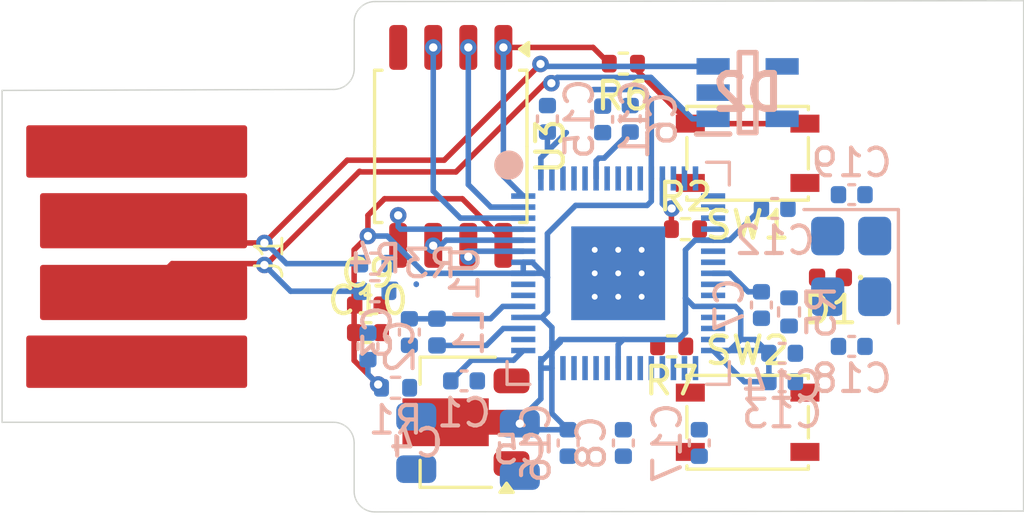
<source format=kicad_pcb>
(kicad_pcb (version 20241229) (generator "pcbnew") (generator_version "9.0")
  (layers (0 "F.Cu" signal) (2 "B.Cu" signal) (13 "F.Paste" user) (15 "B.Paste" user) (5 "F.SilkS" user "F.Silkscreen") (7 "B.SilkS" user "B.Silkscreen") (1 "F.Mask" user) (3 "B.Mask" user) (25 "Edge.Cuts" user))
  (net 0 "")
  (net 1 "GND")
  (net 2 "Net-(U1-VREG_AVDD)")
  (net 3 "3v3")
  (net 4 "1v1")
  (net 5 "Net-(J1-VBUS)")
  (net 6 "Net-(C18-Pad1)")
  (net 7 "XIN")
  (net 8 "Net-(D1-A)")
  (net 9 "USB_DP")
  (net 10 "USB_DM")
  (net 11 "Net-(U1-VREG_LX)")
  (net 12 "Net-(U1-USB_DP)")
  (net 13 "Net-(U1-USB_DM)")
  (net 14 "XOUT")
  (net 15 "Net-(R6-Pad1)")
  (net 16 "QSPI_SS")
  (net 17 "Net-(R7-Pad2)")
  (net 21 "QSPI_SD3")
  (net 23 "QSPI_SCLK")
  (net 24 "SWCLK")
  (net 25 "QSPI_SD0")
  (net 40 "QSPI_SD1")
  (net 42 "QSPI_SD2")
  (net 47 "SWDIO")
  (net 51 "Net-(U1-GPIO8)")
  (net 52 "Net-(U1-GPIO25)")
  (footprint "Button_Switch_SMD:SW_SPST_PTS810" (layer "F.Cu") (at 150 64.75 180)
    (property "Reference" "SW1" (at 0 -2.6 0) (layer "F.SilkS"))
    (property "Value" "SW_Push")
    (fp_line (start 2.2 1.7) (end 2.2 1.58) (stroke (width 0.12)) (layer "F.SilkS"))
    (fp_line (start 2.2 0.57) (end 2.2 -0.57) (stroke (width 0.12)) (layer "F.SilkS"))
    (fp_line (start 2.2 -1.58) (end 2.2 -1.7) (stroke (width 0.12)) (layer "F.SilkS"))
    (fp_line (start 2.2 -1.7) (end -2.2 -1.7) (stroke (width 0.12)) (layer "F.SilkS"))
    (fp_line (start -2.2 1.7) (end 2.2 1.7) (stroke (width 0.12)) (layer "F.SilkS"))
    (fp_line (start -2.2 1.58) (end -2.2 1.7) (stroke (width 0.12)) (layer "F.SilkS"))
    (fp_line (start -2.2 -0.57) (end -2.2 0.57) (stroke (width 0.12)) (layer "F.SilkS"))
    (fp_line (start -2.2 -1.7) (end -2.2 -1.58) (stroke (width 0.12)) (layer "F.SilkS"))
    (pad "1" smd rect (at -2.075 -1.075 180) (size 1.05 0.65) (layers "F.Cu" "F.Mask" "F.Paste") (net 1 "GND"))
    (pad "1" smd rect (at 2.075 -1.075 180) (size 1.05 0.65) (layers "F.Cu" "F.Mask" "F.Paste") (net 1 "GND"))
    (pad "2" smd rect (at -2.075 1.075 180) (size 1.05 0.65) (layers "F.Cu" "F.Mask" "F.Paste") (net 15 "Net-(R6-Pad1)"))
    (pad "2" smd rect (at 2.075 1.075 180) (size 1.05 0.65) (layers "F.Cu" "F.Mask" "F.Paste") (net 15 "Net-(R6-Pad1)"))
  )
  (footprint "Capacitor_SMD:C_0402_1005Metric" (layer "F.Cu") (at 136.25 71.25)
    (property "Reference" "C10" (at 0 -1.16 0) (layer "F.SilkS"))
    (property "Value" "100n")
    (fp_line (start -0.107836 -0.36) (end 0.107836 -0.36) (stroke (width 0.12)) (layer "F.SilkS"))
    (fp_line (start -0.107836 0.36) (end 0.107836 0.36) (stroke (width 0.12)) (layer "F.SilkS"))
    (pad "1" smd roundrect (at -0.48 0) (size 0.56 0.62) (layers "F.Cu" "F.Mask" "F.Paste") (net 3 "3v3"))
    (pad "2" smd roundrect (at 0.48 0) (size 0.56 0.62) (layers "F.Cu" "F.Mask" "F.Paste") (net 1 "GND"))
  )
  (footprint "Package_TO_SOT_SMD:SOT-89-3" (layer "F.Cu") (at 139.5 74.5 180)
    (property "Reference" "U2" (hide yes))
    (property "Value" "AMS1117S-3.3")
    (fp_line (start 1.36 2.36) (end -1.36 2.36) (stroke (width 0.12)) (layer "F.SilkS"))
    (fp_line (start 1.36 1.38) (end 1.36 2.36) (stroke (width 0.12)) (layer "F.SilkS"))
    (fp_line (start 1.36 -1.38) (end 1.36 -2.36) (stroke (width 0.12)) (layer "F.SilkS"))
    (fp_line (start -1.22 -2.36) (end 1.36 -2.36) (stroke (width 0.12)) (layer "F.SilkS"))
    (fp_poly (pts (xy -1.77 -2.21) (xy -2.01 -2.54) (xy -1.53 -2.54) (xy -1.77 -2.21)) (stroke (width 0.12)) (fill yes) (layer "F.SilkS"))
    (pad "1" smd roundrect (at -1.95 -1.5 180) (size 1.3 0.9) (layers "F.Cu" "F.Mask" "F.Paste") (net 1 "GND"))
    (pad "2" smd custom (at -1.8625 0 180) (size 1.475 0.9) (layers "F.Cu" "F.Mask" "F.Paste") (net 3 "3v3") (options (clearance outline) (anchor rect)) (primitives (gr_poly (pts (xy 3.8625 0.8665) (xy 0.7375 0.8665) (xy 0.7375 -0.8665) (xy 3.8625 -0.8665)) (width 0) (fill yes))))
    (pad "3" smd roundrect (at -1.95 1.5 180) (size 1.3 0.9) (layers "F.Cu" "F.Mask" "F.Paste") (net 5 "Net-(J1-VBUS)"))
  )
  (footprint "Resistor_SMD:R_0402_1005Metric" (layer "F.Cu") (at 147.25 71.75)
    (property "Reference" "R7" (at 0 1.25 0) (layer "F.SilkS"))
    (property "Value" "1k")
    (fp_line (start -0.153641 -0.38) (end 0.153641 -0.38) (stroke (width 0.12)) (layer "F.SilkS"))
    (fp_line (start -0.153641 0.38) (end 0.153641 0.38) (stroke (width 0.12)) (layer "F.SilkS"))
    (pad "1" smd roundrect (at -0.51 0) (size 0.54 0.64) (layers "F.Cu" "F.Mask" "F.Paste") (net 52 "Net-(U1-GPIO25)"))
    (pad "2" smd roundrect (at 0.51 0) (size 0.54 0.64) (layers "F.Cu" "F.Mask" "F.Paste") (net 17 "Net-(R7-Pad2)"))
  )
  (footprint "user_imported_devices:USBPCB" (layer "F.Cu") (at 131.875 68.494782 90)
    (property "Reference" "J1" (at 0 0.8 90) (layer "F.SilkS") (effects (font (thickness 0.1))))
    (property "Value" "USB_A")
    (pad "1" smd roundrect (at -3.81 -4 90) (size 1.9 8) (layers "F.Cu" "F.Mask" "F.Paste") (roundrect_rratio 0.05263157895) (net 5 "Net-(J1-VBUS)"))
    (pad "2" smd roundrect (at -1.3 -3.75 90) (size 2 7.5) (layers "F.Cu" "F.Mask" "F.Paste") (roundrect_rratio 0.05) (net 10 "USB_DM"))
    (pad "3" smd roundrect (at 1.3 -3.75 90) (size 2 7.5) (layers "F.Cu" "F.Mask" "F.Paste") (roundrect_rratio 0.05) (net 9 "USB_DP"))
    (pad "4" smd roundrect (at 3.81 -4 90) (size 1.9 8) (layers "F.Cu" "F.Mask" "F.Paste") (roundrect_rratio 0.05263157895) (net 1 "GND"))
  )
  (footprint "Button_Switch_SMD:SW_SPST_PTS810" (layer "F.Cu") (at 150 74.5)
    (property "Reference" "SW2" (at 0 -2.6 0) (layer "F.SilkS"))
    (property "Value" "SW_Push")
    (fp_line (start -2.2 -1.7) (end -2.2 -1.58) (stroke (width 0.12)) (layer "F.SilkS"))
    (fp_line (start -2.2 -0.57) (end -2.2 0.57) (stroke (width 0.12)) (layer "F.SilkS"))
    (fp_line (start -2.2 1.58) (end -2.2 1.7) (stroke (width 0.12)) (layer "F.SilkS"))
    (fp_line (start -2.2 1.7) (end 2.2 1.7) (stroke (width 0.12)) (layer "F.SilkS"))
    (fp_line (start 2.2 -1.7) (end -2.2 -1.7) (stroke (width 0.12)) (layer "F.SilkS"))
    (fp_line (start 2.2 -1.58) (end 2.2 -1.7) (stroke (width 0.12)) (layer "F.SilkS"))
    (fp_line (start 2.2 0.57) (end 2.2 -0.57) (stroke (width 0.12)) (layer "F.SilkS"))
    (fp_line (start 2.2 1.7) (end 2.2 1.58) (stroke (width 0.12)) (layer "F.SilkS"))
    (pad "1" smd rect (at -2.075 -1.075) (size 1.05 0.65) (layers "F.Cu" "F.Mask" "F.Paste") (net 17 "Net-(R7-Pad2)"))
    (pad "1" smd rect (at 2.075 -1.075) (size 1.05 0.65) (layers "F.Cu" "F.Mask" "F.Paste") (net 17 "Net-(R7-Pad2)"))
    (pad "2" smd rect (at -2.075 1.075) (size 1.05 0.65) (layers "F.Cu" "F.Mask" "F.Paste") (net 1 "GND"))
    (pad "2" smd rect (at 2.075 1.075) (size 1.05 0.65) (layers "F.Cu" "F.Mask" "F.Paste") (net 1 "GND"))
  )
  (footprint "Package_SO:SOIC-8_5.3x5.3mm_P1.27mm" (layer "F.Cu") (at 139.25 64.5 -90)
    (property "Reference" "U3" (at 0 -3.6 90) (layer "F.SilkS"))
    (property "Value" "W25Q128JVS")
    (fp_line (start -2.76 2.76) (end -2.76 2.49) (stroke (width 0.12)) (layer "F.SilkS"))
    (fp_line (start 0 2.76) (end -2.76 2.76) (stroke (width 0.12)) (layer "F.SilkS"))
    (fp_line (start 0 2.76) (end 2.76 2.76) (stroke (width 0.12)) (layer "F.SilkS"))
    (fp_line (start 2.76 2.76) (end 2.76 2.49) (stroke (width 0.12)) (layer "F.SilkS"))
    (fp_line (start -2.76 -2.76) (end -2.76 -2.49) (stroke (width 0.12)) (layer "F.SilkS"))
    (fp_line (start 0 -2.76) (end -2.76 -2.76) (stroke (width 0.12)) (layer "F.SilkS"))
    (fp_line (start 0 -2.76) (end 2.76 -2.76) (stroke (width 0.12)) (layer "F.SilkS"))
    (fp_line (start 2.76 -2.76) (end 2.76 -2.49) (stroke (width 0.12)) (layer "F.SilkS"))
    (fp_poly (pts (xy -3.525 -2.49) (xy -3.765 -2.82) (xy -3.285 -2.82)) (stroke (width 0.12)) (fill yes) (layer "F.SilkS"))
    (pad "1" smd roundrect (at -3.5875 -1.905 270) (size 1.625 0.65) (layers "F.Cu" "F.Mask" "F.Paste") (net 16 "QSPI_SS"))
    (pad "2" smd roundrect (at -3.5875 -0.635 270) (size 1.625 0.65) (layers "F.Cu" "F.Mask" "F.Paste") (net 40 "QSPI_SD1"))
    (pad "3" smd roundrect (at -3.5875 0.635 270) (size 1.625 0.65) (layers "F.Cu" "F.Mask" "F.Paste") (net 42 "QSPI_SD2"))
    (pad "4" smd roundrect (at -3.5875 1.905 270) (size 1.625 0.65) (layers "F.Cu" "F.Mask" "F.Paste") (net 1 "GND"))
    (pad "5" smd roundrect (at 3.5875 1.905 270) (size 1.625 0.65) (layers "F.Cu" "F.Mask" "F.Paste") (net 25 "QSPI_SD0"))
    (pad "6" smd roundrect (at 3.5875 0.635 270) (size 1.625 0.65) (layers "F.Cu" "F.Mask" "F.Paste") (net 23 "QSPI_SCLK"))
    (pad "7" smd roundrect (at 3.5875 -0.635 270) (size 1.625 0.65) (layers "F.Cu" "F.Mask" "F.Paste") (net 21 "QSPI_SD3"))
    (pad "8" smd roundrect (at 3.5875 -1.905 270) (size 1.625 0.65) (layers "F.Cu" "F.Mask" "F.Paste") (net 3 "3v3"))
  )
  (footprint "LED_SMD:LED_0402_1005Metric" (layer "F.Cu") (at 153 69.25 180)
    (property "Reference" "D1" (at 0 -1.17 0) (layer "F.SilkS"))
    (property "Value" "LED")
    (fp_circle (center -1.09 0) (end -1.04 0) (stroke (width 0.1)) (fill no) (layer "F.SilkS"))
    (pad "1" smd roundrect (at -0.485 0 180) (size 0.59 0.64) (layers "F.Cu" "F.Mask" "F.Paste") (net 1 "GND"))
    (pad "2" smd roundrect (at 0.485 0 180) (size 0.59 0.64) (layers "F.Cu" "F.Mask" "F.Paste") (net 8 "Net-(D1-A)"))
  )
  (footprint "Capacitor_SMD:C_0402_1005Metric" (layer "F.Cu") (at 136.25 70.25)
    (property "Reference" "C9" (at 0 -1.16 0) (layer "F.SilkS"))
    (property "Value" "100n")
    (fp_line (start -0.107836 -0.36) (end 0.107836 -0.36) (stroke (width 0.12)) (layer "F.SilkS"))
    (fp_line (start -0.107836 0.36) (end 0.107836 0.36) (stroke (width 0.12)) (layer "F.SilkS"))
    (pad "1" smd roundrect (at -0.48 0) (size 0.56 0.62) (layers "F.Cu" "F.Mask" "F.Paste") (net 3 "3v3"))
    (pad "2" smd roundrect (at 0.48 0) (size 0.56 0.62) (layers "F.Cu" "F.Mask" "F.Paste") (net 1 "GND"))
  )
  (footprint "Resistor_SMD:R_0402_1005Metric" (layer "F.Cu") (at 147.75 67.5)
    (property "Reference" "R2" (at 0 -1.17 0) (layer "F.SilkS"))
    (property "Value" "1k")
    (fp_line (start -0.153641 -0.38) (end 0.153641 -0.38) (stroke (width 0.12)) (layer "F.SilkS"))
    (fp_line (start -0.153641 0.38) (end 0.153641 0.38) (stroke (width 0.12)) (layer "F.SilkS"))
    (pad "1" smd roundrect (at -0.51 0) (size 0.54 0.64) (layers "F.Cu" "F.Mask" "F.Paste") (net 51 "Net-(U1-GPIO8)"))
    (pad "2" smd roundrect (at 0.51 0) (size 0.54 0.64) (layers "F.Cu" "F.Mask" "F.Paste") (net 8 "Net-(D1-A)"))
  )
  (footprint "Resistor_SMD:R_0402_1005Metric" (layer "F.Cu") (at 145.5 61.5 180)
    (property "Reference" "R6" (at 0 -1.17 0) (layer "F.SilkS"))
    (property "Value" "1k")
    (fp_line (start -0.153641 0.38) (end 0.153641 0.38) (stroke (width 0.12)) (layer "F.SilkS"))
    (fp_line (start -0.153641 -0.38) (end 0.153641 -0.38) (stroke (width 0.12)) (layer "F.SilkS"))
    (pad "1" smd roundrect (at -0.51 0 180) (size 0.54 0.64) (layers "F.Cu" "F.Mask" "F.Paste") (net 15 "Net-(R6-Pad1)"))
    (pad "2" smd roundrect (at 0.51 0 180) (size 0.54 0.64) (layers "F.Cu" "F.Mask" "F.Paste") (net 16 "QSPI_SS"))
  )
  (footprint "Capacitor_SMD:C_0402_1005Metric" (layer "B.Cu") (at 150.5 70.25 -90)
    (property "Reference" "C7" (at 0 1.16 90) (layer "B.SilkS") (effects (justify mirror)))
    (property "Value" "100n")
    (fp_line (start -0.107836 0.36) (end 0.107836 0.36) (stroke (width 0.12)) (layer "B.SilkS"))
    (fp_line (start -0.107836 -0.36) (end 0.107836 -0.36) (stroke (width 0.12)) (layer "B.SilkS"))
    (pad "1" smd roundrect (at -0.48 0 270) (size 0.56 0.62) (layers "B.Cu" "B.Mask" "B.Paste") (net 4 "1v1"))
    (pad "2" smd roundrect (at 0.48 0 270) (size 0.56 0.62) (layers "B.Cu" "B.Mask" "B.Paste") (net 1 "GND"))
  )
  (footprint "Capacitor_SMD:C_0402_1005Metric" (layer "B.Cu") (at 143.5 75.25 -90)
    (property "Reference" "C16" (at 0 1.16 90) (layer "B.SilkS") (effects (justify mirror)))
    (property "Value" "100n")
    (fp_line (start -0.107836 0.36) (end 0.107836 0.36) (stroke (width 0.12)) (layer "B.SilkS"))
    (fp_line (start -0.107836 -0.36) (end 0.107836 -0.36) (stroke (width 0.12)) (layer "B.SilkS"))
    (pad "1" smd roundrect (at -0.48 0 270) (size 0.56 0.62) (layers "B.Cu" "B.Mask" "B.Paste") (net 3 "3v3"))
    (pad "2" smd roundrect (at 0.48 0 270) (size 0.56 0.62) (layers "B.Cu" "B.Mask" "B.Paste") (net 1 "GND"))
  )
  (footprint "Resistor_SMD:R_0402_1005Metric" (layer "B.Cu") (at 136.5 68.75 180)
    (property "Reference" "R3" (at -2 0 0) (layer "B.SilkS") (effects (justify mirror)))
    (property "Value" "27")
    (fp_line (start -0.153641 0.38) (end 0.153641 0.38) (stroke (width 0.12)) (layer "B.SilkS"))
    (fp_line (start -0.153641 -0.38) (end 0.153641 -0.38) (stroke (width 0.12)) (layer "B.SilkS"))
    (pad "1" smd roundrect (at -0.51 0 180) (size 0.54 0.64) (layers "B.Cu" "B.Mask" "B.Paste") (net 12 "Net-(U1-USB_DP)"))
    (pad "2" smd roundrect (at 0.51 0 180) (size 0.54 0.64) (layers "B.Cu" "B.Mask" "B.Paste") (net 9 "USB_DP"))
  )
  (footprint "Capacitor_SMD:C_0805_2012Metric" (layer "B.Cu") (at 141.75 75.5 -90)
    (property "Reference" "C5" (at 0 0 0) (layer "B.SilkS") (effects (justify mirror)))
    (property "Value" "10u")
    (fp_line (start -0.261252 0.735) (end 0.261252 0.735) (stroke (width 0.12)) (layer "B.SilkS"))
    (fp_line (start -0.261252 -0.735) (end 0.261252 -0.735) (stroke (width 0.12)) (layer "B.SilkS"))
    (pad "1" smd roundrect (at -0.95 0 270) (size 1 1.45) (layers "B.Cu" "B.Mask" "B.Paste") (net 3 "3v3"))
    (pad "2" smd roundrect (at 0.95 0 270) (size 1 1.45) (layers "B.Cu" "B.Mask" "B.Paste") (net 1 "GND"))
  )
  (footprint "Capacitor_SMD:C_0805_2012Metric" (layer "B.Cu") (at 138 75.25 -90)
    (property "Reference" "C4" (at 0 0 0) (layer "B.SilkS") (effects (justify mirror)))
    (property "Value" "10u")
    (fp_line (start -0.261252 0.735) (end 0.261252 0.735) (stroke (width 0.12)) (layer "B.SilkS"))
    (fp_line (start -0.261252 -0.735) (end 0.261252 -0.735) (stroke (width 0.12)) (layer "B.SilkS"))
    (pad "1" smd roundrect (at -0.95 0 270) (size 1 1.45) (layers "B.Cu" "B.Mask" "B.Paste") (net 5 "Net-(J1-VBUS)"))
    (pad "2" smd roundrect (at 0.95 0 270) (size 1 1.45) (layers "B.Cu" "B.Mask" "B.Paste") (net 1 "GND"))
  )
  (footprint "Capacitor_SMD:C_0402_1005Metric" (layer "B.Cu") (at 153.77 71.75)
    (property "Reference" "C18" (at 0 1.16 0) (layer "B.SilkS") (effects (justify mirror)))
    (property "Value" "15p")
    (fp_line (start -0.107836 -0.36) (end 0.107836 -0.36) (stroke (width 0.12)) (layer "B.SilkS"))
    (fp_line (start -0.107836 0.36) (end 0.107836 0.36) (stroke (width 0.12)) (layer "B.SilkS"))
    (pad "1" smd roundrect (at -0.48 0) (size 0.56 0.62) (layers "B.Cu" "B.Mask" "B.Paste") (net 6 "Net-(C18-Pad1)"))
    (pad "2" smd roundrect (at 0.48 0) (size 0.56 0.62) (layers "B.Cu" "B.Mask" "B.Paste") (net 1 "GND"))
  )
  (footprint "Resistor_SMD:R_0402_1005Metric" (layer "B.Cu") (at 136.5 69.75 180)
    (property "Reference" "R4" (at 0 1.17 180) (layer "B.SilkS") (effects (justify mirror)))
    (property "Value" "27")
    (fp_line (start -0.153641 0.38) (end 0.153641 0.38) (stroke (width 0.12)) (layer "B.SilkS"))
    (fp_line (start -0.153641 -0.38) (end 0.153641 -0.38) (stroke (width 0.12)) (layer "B.SilkS"))
    (pad "1" smd roundrect (at -0.51 0 180) (size 0.54 0.64) (layers "B.Cu" "B.Mask" "B.Paste") (net 13 "Net-(U1-USB_DM)"))
    (pad "2" smd roundrect (at 0.51 0 180) (size 0.54 0.64) (layers "B.Cu" "B.Mask" "B.Paste") (net 10 "USB_DM"))
  )
  (footprint "Crystal:Crystal_SMD_3225-4Pin_3.2x2.5mm" (layer "B.Cu") (at 153.75 68.85 -90)
    (property "Reference" "Y1" (hide yes))
    (property "Value" "Crystal_GND24")
    (fp_line (start -2.06 1.71) (end -2.06 -1.71) (stroke (width 0.12)) (layer "B.SilkS"))
    (fp_line (start -2.06 -1.71) (end 2.06 -1.71) (stroke (width 0.12)) (layer "B.SilkS"))
    (pad "1" smd roundrect (at -1.1 -0.85 270) (size 1.4 1.2) (layers "B.Cu" "B.Mask" "B.Paste") (roundrect_rratio 0.208333) (net 7 "XIN"))
    (pad "2" smd roundrect (at 1.1 -0.85 270) (size 1.4 1.2) (layers "B.Cu" "B.Mask" "B.Paste") (roundrect_rratio 0.208333) (net 1 "GND"))
    (pad "3" smd roundrect (at 1.1 0.85 270) (size 1.4 1.2) (layers "B.Cu" "B.Mask" "B.Paste") (roundrect_rratio 0.208333) (net 6 "Net-(C18-Pad1)"))
    (pad "4" smd roundrect (at -1.1 0.85 270) (size 1.4 1.2) (layers "B.Cu" "B.Mask" "B.Paste") (roundrect_rratio 0.208333) (net 1 "GND"))
  )
  (footprint "Capacitor_SMD:C_0402_1005Metric" (layer "B.Cu") (at 136.25 71.75 90)
    (property "Reference" "C2" (at 0 1.16 90) (layer "B.SilkS") (effects (justify mirror)))
    (property "Value" "4.7u")
    (fp_line (start -0.107836 -0.36) (end 0.107836 -0.36) (stroke (width 0.12)) (layer "B.SilkS"))
    (fp_line (start -0.107836 0.36) (end 0.107836 0.36) (stroke (width 0.12)) (layer "B.SilkS"))
    (pad "1" smd roundrect (at -0.48 0 90) (size 0.56 0.62) (layers "B.Cu" "B.Mask" "B.Paste") (net 3 "3v3"))
    (pad "2" smd roundrect (at 0.48 0 90) (size 0.56 0.62) (layers "B.Cu" "B.Mask" "B.Paste") (net 1 "GND"))
  )
  (footprint "Capacitor_SMD:C_0402_1005Metric" (layer "B.Cu") (at 137.75 71.23 -90)
    (property "Reference" "C3" (at 0 1.16 90) (layer "B.SilkS") (effects (justify mirror)))
    (property "Value" "4.7u")
    (fp_line (start -0.107836 0.36) (end 0.107836 0.36) (stroke (width 0.12)) (layer "B.SilkS"))
    (fp_line (start -0.107836 -0.36) (end 0.107836 -0.36) (stroke (width 0.12)) (layer "B.SilkS"))
    (pad "1" smd roundrect (at -0.48 0 270) (size 0.56 0.62) (layers "B.Cu" "B.Mask" "B.Paste") (net 4 "1v1"))
    (pad "2" smd roundrect (at 0.48 0 270) (size 0.56 0.62) (layers "B.Cu" "B.Mask" "B.Paste") (net 1 "GND"))
  )
  (footprint "Inductor_SMD:L_0402_1005Metric" (layer "B.Cu") (at 138.75 71.23 90)
    (property "Reference" "L1" (at 0 1.17 90) (layer "B.SilkS") (effects (justify mirror)))
    (property "Value" "3.3u")
    (pad "1" smd roundrect (at -0.485 0 90) (size 0.59 0.64) (layers "B.Cu" "B.Mask" "B.Paste") (net 11 "Net-(U1-VREG_LX)"))
    (pad "2" smd roundrect (at 0.485 0 90) (size 0.59 0.64) (layers "B.Cu" "B.Mask" "B.Paste") (net 4 "1v1"))
  )
  (footprint "Capacitor_SMD:C_0402_1005Metric" (layer "B.Cu") (at 145.5 75.25 -90)
    (property "Reference" "C8" (at 0 1.16 90) (layer "B.SilkS") (effects (justify mirror)))
    (property "Value" "100n")
    (fp_line (start -0.107836 0.36) (end 0.107836 0.36) (stroke (width 0.12)) (layer "B.SilkS"))
    (fp_line (start -0.107836 -0.36) (end 0.107836 -0.36) (stroke (width 0.12)) (layer "B.SilkS"))
    (pad "1" smd roundrect (at -0.48 0 270) (size 0.56 0.62) (layers "B.Cu" "B.Mask" "B.Paste") (net 4 "1v1"))
    (pad "2" smd roundrect (at 0.48 0 270) (size 0.56 0.62) (layers "B.Cu" "B.Mask" "B.Paste") (net 1 "GND"))
  )
  (footprint "user_imported_devices:RP2350A_QFN-60_EP_7.75x7.75_Pitch0.4mm" (layer "B.Cu") (at 145.3125 69.1 -90)
    (property "Reference" "U1" (at 0 5.55 90) (layer "B.SilkS") (effects (justify mirror)))
    (property "Value" "RP2350A-QFN60")
    (fp_line (start 3.2 4.025) (end 4.025 4.025) (stroke (width 0.12)) (layer "B.SilkS"))
    (fp_line (start 4.025 4.025) (end 4.025 3.2) (stroke (width 0.12)) (layer "B.SilkS"))
    (fp_line (start -4.025 -4.025) (end -4.025 -3.2) (stroke (width 0.12)) (layer "B.SilkS"))
    (fp_line (start -3.2 -4.025) (end -4.025 -4.025) (stroke (width 0.12)) (layer "B.SilkS"))
    (fp_line (start 3.2 -4.025) (end 4.025 -4.025) (stroke (width 0.12)) (layer "B.SilkS"))
    (fp_line (start 4.025 -4.025) (end 4.025 -3.2) (stroke (width 0.12)) (layer "B.SilkS"))
    (fp_circle (center -3.922752 3.9624) (end -3.454399 3.9624) (stroke (width 0.12)) (fill yes) (layer "B.SilkS"))
    (pad "1" smd rect (at -3.4375 2.8 180) (size 0.2 0.875) (layers "B.Cu" "B.Mask" "B.Paste") (net 3 "3v3"))
    (pad "2" smd rect (at -3.4375 2.4 180) (size 0.2 0.875) (layers "B.Cu" "B.Mask" "B.Paste"))
    (pad "3" smd rect (at -3.4375 2 180) (size 0.2 0.875) (layers "B.Cu" "B.Mask" "B.Paste"))
    (pad "4" smd rect (at -3.4375 1.6 180) (size 0.2 0.875) (layers "B.Cu" "B.Mask" "B.Paste"))
    (pad "5" smd rect (at -3.4375 1.2 180) (size 0.2 0.875) (layers "B.Cu" "B.Mask" "B.Paste"))
    (pad "6" smd rect (at -3.4375 0.8 180) (size 0.2 0.875) (layers "B.Cu" "B.Mask" "B.Paste") (net 4 "1v1"))
    (pad "7" smd rect (at -3.4375 0.4 180) (size 0.2 0.875) (layers "B.Cu" "B.Mask" "B.Paste"))
    (pad "8" smd rect (at -3.4375 0 180) (size 0.2 0.875) (layers "B.Cu" "B.Mask" "B.Paste"))
    (pad "9" smd rect (at -3.4375 -0.4 180) (size 0.2 0.875) (layers "B.Cu" "B.Mask" "B.Paste"))
    (pad "10" smd rect (at -3.4375 -0.8 180) (size 0.2 0.875) (layers "B.Cu" "B.Mask" "B.Paste"))
    (pad "11" smd rect (at -3.4375 -1.2 180) (size 0.2 0.875) (layers "B.Cu" "B.Mask" "B.Paste") (net 3 "3v3"))
    (pad "12" smd rect (at -3.4375 -1.6 180) (size 0.2 0.875) (layers "B.Cu" "B.Mask" "B.Paste") (net 51 "Net-(U1-GPIO8)"))
    (pad "13" smd rect (at -3.4375 -2 180) (size 0.2 0.875) (layers "B.Cu" "B.Mask" "B.Paste"))
    (pad "14" smd rect (at -3.4375 -2.4 180) (size 0.2 0.875) (layers "B.Cu" "B.Mask" "B.Paste"))
    (pad "15" smd rect (at -3.4375 -2.8 180) (size 0.2 0.875) (layers "B.Cu" "B.Mask" "B.Paste"))
    (pad "16" smd rect (at -2.8 -3.4375 270) (size 0.2 0.875) (layers "B.Cu" "B.Mask" "B.Paste"))
    (pad "17" smd rect (at -2.4 -3.4375 270) (size 0.2 0.875) (layers "B.Cu" "B.Mask" "B.Paste"))
    (pad "18" smd rect (at -2 -3.4375 270) (size 0.2 0.875) (layers "B.Cu" "B.Mask" "B.Paste"))
    (pad "19" smd rect (at -1.6 -3.4375 270) (size 0.2 0.875) (layers "B.Cu" "B.Mask" "B.Paste"))
    (pad "20" smd rect (at -1.2 -3.4375 270) (size 0.2 0.875) (layers "B.Cu" "B.Mask" "B.Paste") (net 3 "3v3"))
    (pad "21" smd rect (at -0.8 -3.4375 270) (size 0.2 0.875) (layers "B.Cu" "B.Mask" "B.Paste") (net 7 "XIN"))
    (pad "22" smd rect (at -0.4 -3.4375 270) (size 0.2 0.875) (layers "B.Cu" "B.Mask" "B.Paste") (net 14 "XOUT"))
    (pad "23" smd rect (at 0 -3.4375 270) (size 0.2 0.875) (layers "B.Cu" "B.Mask" "B.Paste") (net 4 "1v1"))
    (pad "24" smd rect (at 0.4 -3.4375 270) (size 0.2 0.875) (layers "B.Cu" "B.Mask" "B.Paste") (net 24 "SWCLK"))
    (pad "25" smd rect (at 0.8 -3.4375 270) (size 0.2 0.875) (layers "B.Cu" "B.Mask" "B.Paste") (net 47 "SWDIO"))
    (pad "26" smd rect (at 1.2 -3.4375 270) (size 0.2 0.875) (layers "B.Cu" "B.Mask" "B.Paste") (net 3 "3v3"))
    (pad "27" smd rect (at 1.6 -3.4375 270) (size 0.2 0.875) (layers "B.Cu" "B.Mask" "B.Paste"))
    (pad "28" smd rect (at 2 -3.4375 270) (size 0.2 0.875) (layers "B.Cu" "B.Mask" "B.Paste"))
    (pad "29" smd rect (at 2.4 -3.4375 270) (size 0.2 0.875) (layers "B.Cu" "B.Mask" "B.Paste"))
    (pad "30" smd rect (at 2.8 -3.4375 270) (size 0.2 0.875) (layers "B.Cu" "B.Mask" "B.Paste") (net 3 "3v3"))
    (pad "31" smd rect (at 3.4375 -2.8 180) (size 0.2 0.875) (layers "B.Cu" "B.Mask" "B.Paste"))
    (pad "32" smd rect (at 3.4375 -2.4 180) (size 0.2 0.875) (layers "B.Cu" "B.Mask" "B.Paste"))
    (pad "33" smd rect (at 3.4375 -2 180) (size 0.2 0.875) (layers "B.Cu" "B.Mask" "B.Paste"))
    (pad "34" smd rect (at 3.4375 -1.6 180) (size 0.2 0.875) (layers "B.Cu" "B.Mask" "B.Paste"))
    (pad "35" smd rect (at 3.4375 -1.2 180) (size 0.2 0.875) (layers "B.Cu" "B.Mask" "B.Paste"))
    (pad "36" smd rect (at 3.4375 -0.8 180) (size 0.2 0.875) (layers "B.Cu" "B.Mask" "B.Paste"))
    (pad "37" smd rect (at 3.4375 -0.4 180) (size 0.2 0.875) (layers "B.Cu" "B.Mask" "B.Paste") (net 52 "Net-(U1-GPIO25)"))
    (pad "38" smd rect (at 3.4375 0 180) (size 0.2 0.875) (layers "B.Cu" "B.Mask" "B.Paste") (net 3 "3v3"))
    (pad "39" smd rect (at 3.4375 0.4 180) (size 0.2 0.875) (layers "B.Cu" "B.Mask" "B.Paste") (net 4 "1v1"))
    (pad "40" smd rect (at 3.4375 0.8 180) (size 0.2 0.875) (layers "B.Cu" "B.Mask" "B.Paste"))
    (pad "41" smd rect (at 3.4375 1.2 180) (size 0.2 0.875) (layers "B.Cu" "B.Mask" "B.Paste"))
    (pad "42" smd rect (at 3.4375 1.6 180) (size 0.2 0.875) (layers "B.Cu" "B.Mask" "B.Paste"))
    (pad "43" smd rect (at 3.4375 2 180) (size 0.2 0.875) (layers "B.Cu" "B.Mask" "B.Paste"))
    (pad "44" smd rect (at 3.4375 2.4 180) (size 0.2 0.875) (layers "B.Cu" "B.Mask" "B.Paste") (net 3 "3v3"))
    (pad "45" smd rect (at 3.4375 2.8 180) (size 0.2 0.875) (layers "B.Cu" "B.Mask" "B.Paste") (net 3 "3v3"))
    (pad "46" smd rect (at 2.8 3.4375 270) (size 0.2 0.875) (layers "B.Cu" "B.Mask" "B.Paste") (net 2 "Net-(U1-VREG_AVDD)"))
    (pad "47" smd rect (at 2.4 3.4375 270) (size 0.2 0.875) (layers "B.Cu" "B.Mask" "B.Paste") (net 1 "GND"))
    (pad "48" smd rect (at 2 3.4375 270) (size 0.2 0.875) (layers "B.Cu" "B.Mask" "B.Paste") (net 11 "Net-(U1-VREG_LX)"))
    (pad "49" smd rect (at 1.6 3.4375 270) (size 0.2 0.875) (layers "B.Cu" "B.Mask" "B.Paste") (net 3 "3v3"))
    (pad "50" smd rect (at 1.2 3.4375 270) (size 0.2 0.875) (layers "B.Cu" "B.Mask" "B.Paste") (net 4 "1v1"))
    (pad "51" smd rect (at 0.8 3.4375 270) (size 0.2 0.875) (layers "B.Cu" "B.Mask" "B.Paste") (net 13 "Net-(U1-USB_DM)"))
    (pad "52" smd rect (at 0.4 3.4375 270) (size 0.2 0.875) (layers "B.Cu" "B.Mask" "B.Paste") (net 12 "Net-(U1-USB_DP)"))
    (pad "53" smd rect (at 0 3.4375 270) (size 0.2 0.875) (layers "B.Cu" "B.Mask" "B.Paste") (net 3 "3v3"))
    (pad "54" smd rect (at -0.4 3.4375 270) (size 0.2 0.875) (layers "B.Cu" "B.Mask" "B.Paste") (net 3 "3v3"))
    (pad "55" smd rect (at -0.8 3.4375 270) (size 0.2 0.875) (layers "B.Cu" "B.Mask" "B.Paste") (net 21 "QSPI_SD3"))
    (pad "56" smd rect (at -1.2 3.4375 270) (size 0.2 0.875) (layers "B.Cu" "B.Mask" "B.Paste") (net 23 "QSPI_SCLK"))
    (pad "57" smd rect (at -1.6 3.4375 270) (size 0.2 0.875) (layers "B.Cu" "B.Mask" "B.Paste") (net 25 "QSPI_SD0"))
    (pad "58" smd rect (at -2 3.4375 270) (size 0.2 0.875) (layers "B.Cu" "B.Mask" "B.Paste") (net 42 "QSPI_SD2"))
    (pad "59" smd rect (at -2.4 3.4375 270) (size 0.2 0.875) (layers "B.Cu" "B.Mask" "B.Paste") (net 40 "QSPI_SD1"))
    (pad "60" smd rect (at -2.8 3.4375 270) (size 0.2 0.875) (layers "B.Cu" "B.Mask" "B.Paste") (net 16 "QSPI_SS"))
    (pad "61" thru_hole circle (at -0.85 -0.85 270) (size 0.425 0.425) (drill 0.2125) (property pad_prop_heatsink) (layers "*.Cu" "*.Mask") (net 1 "GND"))
    (pad "61" thru_hole circle (at -0.85 0 270) (size 0.425 0.425) (drill 0.2125) (property pad_prop_heatsink) (layers "*.Cu" "*.Mask") (net 1 "GND"))
    (pad "61" thru_hole circle (at -0.85 0.85 270) (size 0.425 0.425) (drill 0.2125) (property pad_prop_heatsink) (layers "*.Cu" "*.Mask") (net 1 "GND"))
    (pad "61" thru_hole circle (at 0 -0.85 270) (size 0.425 0.425) (drill 0.2125) (property pad_prop_heatsink) (layers "*.Cu" "*.Mask") (net 1 "GND"))
    (pad "61" thru_hole circle (at 0 0 270) (size 0.425 0.425) (drill 0.2125) (property pad_prop_heatsink) (layers "*.Cu" "*.Mask") (net 1 "GND"))
    (pad "61" smd rect (at 0 0 270) (size 3.4 3.4) (layers "B.Cu" "B.Mask") (net 1 "GND"))
    (pad "61" thru_hole circle (at 0 0.85 270) (size 0.425 0.425) (drill 0.2125) (property pad_prop_heatsink) (layers "*.Cu" "*.Mask") (net 1 "GND"))
    (pad "61" thru_hole circle (at 0.85 -0.85 270) (size 0.425 0.425) (drill 0.2125) (property pad_prop_heatsink) (layers "*.Cu" "*.Mask") (net 1 "GND"))
    (pad "61" thru_hole circle (at 0.85 0 270) (size 0.425 0.425) (drill 0.2125) (property pad_prop_heatsink) (layers "*.Cu" "*.Mask") (net 1 "GND"))
    (pad "61" thru_hole circle (at 0.85 0.85 270) (size 0.425 0.425) (drill 0.2125) (property pad_prop_heatsink) (layers "*.Cu" "*.Mask") (net 1 "GND"))
  )
  (footprint "Capacitor_SMD:C_0402_1005Metric" (layer "B.Cu") (at 145.75 63.5 90)
    (property "Reference" "C6" (at 0 1.16 90) (layer "B.SilkS") (effects (justify mirror)))
    (property "Value" "100n")
    (fp_line (start -0.107836 -0.36) (end 0.107836 -0.36) (stroke (width 0.12)) (layer "B.SilkS"))
    (fp_line (start -0.107836 0.36) (end 0.107836 0.36) (stroke (width 0.12)) (layer "B.SilkS"))
    (pad "1" smd roundrect (at -0.48 0 90) (size 0.56 0.62) (layers "B.Cu" "B.Mask" "B.Paste") (net 4 "1v1"))
    (pad "2" smd roundrect (at 0.48 0 90) (size 0.56 0.62) (layers "B.Cu" "B.Mask" "B.Paste") (net 1 "GND"))
  )
  (footprint "Capacitor_SMD:C_0402_1005Metric" (layer "B.Cu") (at 153.77 66.25 180)
    (property "Reference" "C19" (at 0 1.16 0) (layer "B.SilkS") (effects (justify mirror)))
    (property "Value" "15p")
    (fp_line (start -0.107836 0.36) (end 0.107836 0.36) (stroke (width 0.12)) (layer "B.SilkS"))
    (fp_line (start -0.107836 -0.36) (end 0.107836 -0.36) (stroke (width 0.12)) (layer "B.SilkS"))
    (pad "1" smd roundrect (at -0.48 0 180) (size 0.56 0.62) (layers "B.Cu" "B.Mask" "B.Paste") (net 7 "XIN"))
    (pad "2" smd roundrect (at 0.48 0 180) (size 0.56 0.62) (layers "B.Cu" "B.Mask" "B.Paste") (net 1 "GND"))
  )
  (footprint "Capacitor_SMD:C_0402_1005Metric" (layer "B.Cu") (at 142.75 63.5 90)
    (property "Reference" "C15" (at 0 1.16 90) (layer "B.SilkS") (effects (justify mirror)))
    (property "Value" "100n")
    (fp_line (start -0.107836 -0.36) (end 0.107836 -0.36) (stroke (width 0.12)) (layer "B.SilkS"))
    (fp_line (start -0.107836 0.36) (end 0.107836 0.36) (stroke (width 0.12)) (layer "B.SilkS"))
    (pad "1" smd roundrect (at -0.48 0 90) (size 0.56 0.62) (layers "B.Cu" "B.Mask" "B.Paste") (net 3 "3v3"))
    (pad "2" smd roundrect (at 0.48 0 90) (size 0.56 0.62) (layers "B.Cu" "B.Mask" "B.Paste") (net 1 "GND"))
  )
  (footprint "Capacitor_SMD:C_0402_1005Metric" (layer "B.Cu") (at 151.25 72)
    (property "Reference" "C14" (at 0 1.16 180) (layer "B.SilkS") (effects (justify mirror)))
    (property "Value" "100n")
    (fp_line (start -0.107836 -0.36) (end 0.107836 -0.36) (stroke (width 0.12)) (layer "B.SilkS"))
    (fp_line (start -0.107836 0.36) (end 0.107836 0.36) (stroke (width 0.12)) (layer "B.SilkS"))
    (pad "1" smd roundrect (at -0.48 0) (size 0.56 0.62) (layers "B.Cu" "B.Mask" "B.Paste") (net 3 "3v3"))
    (pad "2" smd roundrect (at 0.48 0) (size 0.56 0.62) (layers "B.Cu" "B.Mask" "B.Paste") (net 1 "GND"))
  )
  (footprint "Resistor_SMD:R_0402_1005Metric" (layer "B.Cu") (at 151.5 70.5 90)
    (property "Reference" "R5" (at 0 1.17 90) (layer "B.SilkS") (effects (justify mirror)))
    (property "Value" "1k")
    (fp_line (start -0.153641 -0.38) (end 0.153641 -0.38) (stroke (width 0.12)) (layer "B.SilkS"))
    (fp_line (start -0.153641 0.38) (end 0.153641 0.38) (stroke (width 0.12)) (layer "B.SilkS"))
    (pad "1" smd roundrect (at -0.51 0 90) (size 0.54 0.64) (layers "B.Cu" "B.Mask" "B.Paste") (net 6 "Net-(C18-Pad1)"))
    (pad "2" smd roundrect (at 0.51 0 90) (size 0.54 0.64) (layers "B.Cu" "B.Mask" "B.Paste") (net 14 "XOUT"))
  )
  (footprint "Capacitor_SMD:C_0402_1005Metric" (layer "B.Cu") (at 148.25 75.25 -90)
    (property "Reference" "C17" (at 0 1.16 90) (layer "B.SilkS") (effects (justify mirror)))
    (property "Value" "100n")
    (fp_line (start -0.107836 0.36) (end 0.107836 0.36) (stroke (width 0.12)) (layer "B.SilkS"))
    (fp_line (start -0.107836 -0.36) (end 0.107836 -0.36) (stroke (width 0.12)) (layer "B.SilkS"))
    (pad "1" smd roundrect (at -0.48 0 270) (size 0.56 0.62) (layers "B.Cu" "B.Mask" "B.Paste") (net 3 "3v3"))
    (pad "2" smd roundrect (at 0.48 0 270) (size 0.56 0.62) (layers "B.Cu" "B.Mask" "B.Paste") (net 1 "GND"))
  )
  (footprint "Capacitor_SMD:C_0402_1005Metric" (layer "B.Cu") (at 151.25 73.03)
    (property "Reference" "C13" (at 0 1.16 180) (layer "B.SilkS") (effects (justify mirror)))
    (property "Value" "100n")
    (fp_line (start -0.107836 -0.36) (end 0.107836 -0.36) (stroke (width 0.12)) (layer "B.SilkS"))
    (fp_line (start -0.107836 0.36) (end 0.107836 0.36) (stroke (width 0.12)) (layer "B.SilkS"))
    (pad "1" smd roundrect (at -0.48 0) (size 0.56 0.62) (layers "B.Cu" "B.Mask" "B.Paste") (net 3 "3v3"))
    (pad "2" smd roundrect (at 0.48 0) (size 0.56 0.62) (layers "B.Cu" "B.Mask" "B.Paste") (net 1 "GND"))
  )
  (footprint "Capacitor_SMD:C_0402_1005Metric" (layer "B.Cu") (at 144.75 63.52 90)
    (property "Reference" "C11" (at 0 1.16 90) (layer "B.SilkS") (effects (justify mirror)))
    (property "Value" "100n")
    (fp_line (start -0.107836 -0.36) (end 0.107836 -0.36) (stroke (width 0.12)) (layer "B.SilkS"))
    (fp_line (start -0.107836 0.36) (end 0.107836 0.36) (stroke (width 0.12)) (layer "B.SilkS"))
    (pad "1" smd roundrect (at -0.48 0 90) (size 0.56 0.62) (layers "B.Cu" "B.Mask" "B.Paste") (net 3 "3v3"))
    (pad "2" smd roundrect (at 0.48 0 90) (size 0.56 0.62) (layers "B.Cu" "B.Mask" "B.Paste") (net 1 "GND"))
  )
  (footprint "Resistor_SMD:R_0402_1005Metric" (layer "B.Cu") (at 137.25 73.25)
    (property "Reference" "R1" (at 0 1.17 0) (layer "B.SilkS") (effects (justify mirror)))
    (property "Value" "33")
    (fp_line (start -0.153641 -0.38) (end 0.153641 -0.38) (stroke (width 0.12)) (layer "B.SilkS"))
    (fp_line (start -0.153641 0.38) (end 0.153641 0.38) (stroke (width 0.12)) (layer "B.SilkS"))
    (pad "1" smd roundrect (at -0.51 0) (size 0.54 0.64) (layers "B.Cu" "B.Mask" "B.Paste") (net 3 "3v3"))
    (pad "2" smd roundrect (at 0.51 0) (size 0.54 0.64) (layers "B.Cu" "B.Mask" "B.Paste") (net 2 "Net-(U1-VREG_AVDD)"))
  )
  (footprint "Capacitor_SMD:C_0402_1005Metric" (layer "B.Cu") (at 150.98 66.75)
    (property "Reference" "C12" (at 0 1.16 180) (layer "B.SilkS") (effects (justify mirror)))
    (property "Value" "100n")
    (fp_line (start -0.107836 -0.36) (end 0.107836 -0.36) (stroke (width 0.12)) (layer "B.SilkS"))
    (fp_line (start -0.107836 0.36) (end 0.107836 0.36) (stroke (width 0.12)) (layer "B.SilkS"))
    (pad "1" smd roundrect (at -0.48 0) (size 0.56 0.62) (layers "B.Cu" "B.Mask" "B.Paste") (net 3 "3v3"))
    (pad "2" smd roundrect (at 0.48 0) (size 0.56 0.62) (layers "B.Cu" "B.Mask" "B.Paste") (net 1 "GND"))
  )
  (footprint "Capacitor_SMD:C_0402_1005Metric" (layer "B.Cu") (at 139.73 73)
    (property "Reference" "C1" (at 0 1.16 0) (layer "B.SilkS") (effects (justify mirror)))
    (property "Value" "4.7u")
    (fp_line (start -0.107836 -0.36) (end 0.107836 -0.36) (stroke (width 0.12)) (layer "B.SilkS"))
    (fp_line (start -0.107836 0.36) (end 0.107836 0.36) (stroke (width 0.12)) (layer "B.SilkS"))
    (pad "1" smd roundrect (at -0.48 0) (size 0.56 0.62) (layers "B.Cu" "B.Mask" "B.Paste") (net 2 "Net-(U1-VREG_AVDD)"))
    (pad "2" smd roundrect (at 0.48 0) (size 0.56 0.62) (layers "B.Cu" "B.Mask" "B.Paste") (net 1 "GND"))
  )
  (footprint "user_imported_devices:ESDS314BVR_SOT95P280X145-5N" (layer "B.Cu") (at 150 62.55)
    (property "Reference" "D2" (at 0 0 0) (layer "B.SilkS") (effects (font (size 1.27 1.27) (thickness 0.254)) (justify mirror)))
    (property "Value" "ESDS314DBVR" (hide yes))
    (fp_line (start -1.85 1.5) (end -0.65 1.5) (stroke (width 0.2)) (layer "B.SilkS"))
    (fp_line (start -0.3 -1.45) (end -0.3 1.45) (stroke (width 0.2)) (layer "B.SilkS"))
    (fp_line (start -0.3 1.45) (end 0.3 1.45) (stroke (width 0.2)) (layer "B.SilkS"))
    (fp_line (start 0.3 -1.45) (end -0.3 -1.45) (stroke (width 0.2)) (layer "B.SilkS"))
    (fp_line (start 0.3 1.45) (end 0.3 -1.45) (stroke (width 0.2)) (layer "B.SilkS"))
    (pad "1" smd rect (at -1.25 0.95 270) (size 0.6 1.2) (layers "B.Cu" "B.Mask" "B.Paste") (net 10 "USB_DM"))
    (pad "2" smd rect (at -1.25 0 270) (size 0.6 1.2) (layers "B.Cu" "B.Mask" "B.Paste") (net 1 "GND"))
    (pad "3" smd rect (at -1.25 -0.95 270) (size 0.6 1.2) (layers "B.Cu" "B.Mask" "B.Paste") (net 9 "USB_DP"))
    (pad "4" smd rect (at 1.25 -0.95 270) (size 0.6 1.2) (layers "B.Cu" "B.Mask" "B.Paste"))
    (pad "5" smd rect (at 1.25 0.95 270) (size 0.6 1.2) (layers "B.Cu" "B.Mask" "B.Paste"))
  )
  (gr_arc (start 135 74.5) (mid 135.53033 74.71967) (end 135.75 75.25) (stroke (width 0.05)) (layer "Edge.Cuts"))
  (gr_arc (start 135.752822 61.685012) (mid 135.533148 62.215334) (end 135.002823 62.434999) (stroke (width 0.05)) (layer "Edge.Cuts"))
  (gr_arc (start 135.752822 59.935) (mid 135.993172 59.447166) (end 136.5 59.25) (stroke (width 0.05)) (layer "Edge.Cuts"))
  (gr_line (start 123 62.470711) (end 123 62.5) (stroke (width 0.05)) (layer "Edge.Cuts"))
  (gr_arc (start 136.5 77.75) (mid 135.96967 77.53033) (end 135.75 77) (stroke (width 0.05)) (layer "Edge.Cuts"))
  (gr_line (start 135.752822 61.685012) (end 135.752822 59.935012) (stroke (width 0.05)) (layer "Edge.Cuts"))
  (gr_line (start 123 74.5) (end 123 62.5) (stroke (width 0.05)) (layer "Edge.Cuts"))
  (gr_line (start 159.996313 59.218138) (end 159.992627 77.718138) (stroke (width 0.05)) (layer "Edge.Cuts"))
  (gr_line (start 135.75 75.25) (end 135.75 77) (stroke (width 0.05)) (layer "Edge.Cuts"))
  (gr_line (start 135 74.5) (end 123 74.5) (stroke (width 0.05)) (layer "Edge.Cuts"))
  (gr_line (start 136.5 77.75) (end 159.992627 77.718138) (stroke (width 0.05)) (layer "Edge.Cuts"))
  (gr_line (start 136.5 59.25) (end 159.992627 59.218138) (stroke (width 0.05)) (layer "Edge.Cuts"))
  (gr_line (start 134.996927 62.434999) (end 123 62.470711) (stroke (width 0.05)) (layer "Edge.Cuts"))
  (segment (start 141.875 71.9) (end 141.525 72.25) (width 0.2) (layer "B.Cu") (net 2))
  (segment (start 140 72.25) (end 139.25 73) (width 0.2) (layer "B.Cu") (net 2))
  (segment (start 141.525 72.25) (end 140 72.25) (width 0.2) (layer "B.Cu") (net 2))
  (segment (start 135.75 72.26) (end 136.62 73.13) (width 0.2) (layer "F.Cu") (net 3))
  (segment (start 141.155 67.88501) (end 141.155 68.0875) (width 0.2) (layer "F.Cu") (net 3))
  (segment (start 136.25 67.75) (end 136.25 67) (width 0.2) (layer "F.Cu") (net 3))
  (segment (start 139.66899 66.399) (end 141.155 67.88501) (width 0.2) (layer "F.Cu") (net 3))
  (segment (start 136.25 67.75) (end 135.75 68.25) (width 0.2) (layer "F.Cu") (net 3))
  (segment (start 136.25 67) (end 136.851 66.399) (width 0.2) (layer "F.Cu") (net 3))
  (segment (start 135.75 68.25) (end 135.75 72.26) (width 0.2) (layer "F.Cu") (net 3))
  (segment (start 136.851 66.399) (end 139.66899 66.399) (width 0.2) (layer "F.Cu") (net 3))
  (via (at 136.25 67.75) (size 0.6) (drill 0.3) (layers "F.Cu" "B.Cu") (net 3))
  (via (at 136.62 73.13) (size 0.6) (drill 0.3) (layers "F.Cu" "B.Cu") (net 3))
  (via (at 141.75 74.55) (size 0.6) (drill 0.3) (layers "F.Cu" "B.Cu") (net 3))
  (segment (start 150.67 71.9) (end 150.77 72) (width 0.2) (layer "B.Cu") (net 3))
  (segment (start 145.3125 72.5375) (end 145.3125 71.6875) (width 0.2) (layer "B.Cu") (net 3))
  (segment (start 143.2105 71.5) (end 142.9125 71.798) (width 0.2) (layer "B.Cu") (net 3))
  (segment (start 143.5 74.77) (end 142.9115 74.1815) (width 0.2) (layer "B.Cu") (net 3))
  (segment (start 143.4355 64) (end 142.5125 64.923) (width 0.2) (layer "B.Cu") (net 3))
  (segment (start 142.5125 64.923) (end 142.5125 65.6625) (width 0.2) (layer "B.Cu") (net 3))
  (segment (start 138.30034 69.1) (end 141.875 69.1) (width 0.2) (layer "B.Cu") (net 3))
  (segment (start 148.1 67.9) (end 147.75 68.25) (width 0.2) (layer "B.Cu") (net 3))
  (segment (start 136.95034 67.75) (end 138.30034 69.1) (width 0.2) (layer "B.Cu") (net 3))
  (segment (start 142.9115 74.1815) (end 142.9115 72.5375) (width 0.2) (layer "B.Cu") (net 3))
  (segment (start 141.97 74.77) (end 141.75 74.55) (width 0.2) (layer "B.Cu") (net 3))
  (segment (start 142.55 70.7) (end 142.75 70.5) (width 0.2) (layer "B.Cu") (net 3))
  (segment (start 147.75 71.25) (end 147.5 71.5) (width 0.2) (layer "B.Cu") (net 3))
  (segment (start 143.2105 71.5) (end 143.2105 71.603) (width 0.2) (layer "B.Cu") (net 3))
  (segment (start 143.7715 66.639) (end 142.75 67.6605) (width 0.2) (layer "B.Cu") (net 3))
  (segment (start 148.751 71.901) (end 148.75 71.9) (width 0.2) (layer "B.Cu") (net 3))
  (segment (start 142.5125 72.301) (end 143.2105 71.603) (width 0.2) (layer "B.Cu") (net 3))
  (segment (start 136.25 67.75) (end 136.95034 67.75) (width 0.2) (layer "B.Cu") (net 3))
  (segment (start 149.75 70.5) (end 149.75 71.5) (width 0.2) (layer "B.Cu") (net 3))
  (segment (start 146.5125 65.6625) (end 146.5125 62.84495) (width 0.2) (layer "B.Cu") (net 3))
  (segment (start 141.875 68.7) (end 141.875 69.1) (width 0.2) (layer "B.Cu") (net 3))
  (segment (start 147.75 70) (end 147.75 71.25) (width 0.2) (layer "B.Cu") (net 3))
  (segment (start 146.5125 62.84495) (end 146.10655 62.439) (width 0.2) (layer "B.Cu") (net 3))
  (segment (start 148.75 67.9) (end 148.1 67.9) (width 0.2) (layer "B.Cu") (net 3))
  (segment (start 142.75 70.5) (end 142.75 69.25) (width 0.2) (layer "B.Cu") (net 3))
  (segment (start 148.05 70.3) (end 148.75 70.3) (width 0.2) (layer "B.Cu") (net 3))
  (segment (start 142.75 69.25) (end 142.6 69.1) (width 0.2) (layer "B.Cu") (net 3))
  (segment (start 142.6 69.1) (end 141.875 69.1) (width 0.2) (layer "B.Cu") (net 3))
  (segment (start 147.5 71.5) (end 145.5 71.5) (width 0.2) (layer "B.Cu") (net 3))
  (segment (start 150.77 72) (end 150.77 73.03) (width 0.2) (layer "B.Cu") (net 3))
  (segment (start 142.9125 71.798) (end 142.9125 72) (width 0.2) (layer "B.Cu") (net 3))
  (segment (start 142.9125 71.0625) (end 142.55 70.7) (width 0.2) (layer "B.Cu") (net 3))
  (segment (start 146.5125 65.6625) (end 146.5125 66.4875) (width 0.2) (layer "B.Cu") (net 3))
  (segment (start 149.349 71.901) (end 148.751 71.901) (width 0.2) (layer "B.Cu") (net 3))
  (segment (start 142.5125 73.649) (end 142.5125 72.5375) (width 0.2) (layer "B.Cu") (net 3))
  (segment (start 142.9125 72) (end 142.9125 71.0625) (width 0.2) (layer "B.Cu") (net 3))
  (segment (start 142.75 69.25) (end 142.2 68.7) (width 0.2) (layer "B.Cu") (net 3))
  (segment (start 136.25 72.23) (end 136.25 72.76) (width 0.2) (layer "B.Cu") (net 3))
  (segment (start 141.75 74.4115) (end 142.5125 73.649) (width 0.2) (layer "B.Cu") (net 3))
  (segment (start 142.2 68.7) (end 141.875 68.7) (width 0.2) (layer "B.Cu") (net 3))
  (segment (start 149.55 70.3) (end 149.75 70.5) (width 0.2) (layer "B.Cu") (net 3))
  (segment (start 149.88 73.03) (end 148.75 71.9) (width 0.2) (layer "B.Cu") (net 3))
  (segment (start 142.75 64.6855) (end 142.5125 64.923) (width 0.2) (layer "B.Cu") (net 3))
  (segment (start 145.5 71.5) (end 143.2105 71.5) (width 0.2) (layer "B.Cu") (net 3))
  (segment (start 150.77 73.03) (end 149.88 73.03) (width 0.2) (layer "B.Cu") (net 3))
  (segment (start 150.5 66.75) (end 149.35 67.9) (width 0.2) (layer "B.Cu") (net 3))
  (segment (start 145.3125 71.6875) (end 145.5 71.5) (width 0.2) (layer "B.Cu") (net 3))
  (segment (start 142.5125 72.5375) (end 142.5125 72.301) (width 0.2) (layer "B.Cu") (net 3))
  (segment (start 148.75 70.3) (end 149.55 70.3) (width 0.2) (layer "B.Cu") (net 3))
  (segment (start 150.27 71.5) (end 150.77 72) (width 0.2) (layer "B.Cu") (net 3))
  (segment (start 146.361 66.639) (end 143.7715 66.639) (width 0.2) (layer "B.Cu") (net 3))
  (segment (start 147.75 68.25) (end 147.75 70) (width 0.2) (layer "B.Cu") (net 3))
  (segment (start 149.75 71.5) (end 150.27 71.5) (width 0.2) (layer "B.Cu") (net 3))
  (segment (start 142.75 63.98) (end 142.75 64.6855) (width 0.2) (layer "B.Cu") (net 3))
  (segment (start 142.9125 72) (end 142.9125 72.5375) (width 0.2) (layer "B.Cu") (net 3))
  (segment (start 143.5 74.77) (end 141.97 74.77) (width 0.2) (layer "B.Cu") (net 3))
  (segment (start 142.5125 72.5375) (end 142.9125 72.5375) (width 0.2) (layer "B.Cu") (net 3))
  (segment (start 136.25 72.76) (end 136.62 73.13) (width 0.2) (layer "B.Cu") (net 3))
  (segment (start 147.75 70) (end 148.05 70.3) (width 0.2) (layer "B.Cu") (net 3))
  (segment (start 149.75 71.5) (end 149.349 71.901) (width 0.2) (layer "B.Cu") (net 3))
  (segment (start 136.62 73.13) (end 136.74 73.25) (width 0.2) (layer "B.Cu") (net 3))
  (segment (start 141.875 70.7) (end 142.55 70.7) (width 0.2) (layer "B.Cu") (net 3))
  (segment (start 146.10655 62.439) (end 144.41345 62.439) (width 0.2) (layer "B.Cu") (net 3))
  (segment (start 148.75 71.9) (end 150.67 71.9) (width 0.2) (layer "B.Cu") (net 3))
  (segment (start 142.75 67.6605) (end 142.75 69.25) (width 0.2) (layer "B.Cu") (net 3))
  (segment (start 146.5125 66.4875) (end 146.361 66.639) (width 0.2) (layer "B.Cu") (net 3))
  (segment (start 149.35 67.9) (end 148.75 67.9) (width 0.2) (layer "B.Cu") (net 3))
  (segment (start 141.75 74.55) (end 141.75 74.4115) (width 0.2) (layer "B.Cu") (net 3))
  (segment (start 140.6915 70.745) (end 141.1365 70.3) (width 0.2) (layer "B.Cu") (net 4))
  (segment (start 145.75 63.98) (end 144.806 64.924) (width 0.2) (layer "B.Cu") (net 4))
  (segment (start 137.75 70.75) (end 138.745 70.75) (width 0.2) (layer "B.Cu") (net 4))
  (segment (start 150.02 69.77) (end 150.5 69.77) (width 0.2) (layer "B.Cu") (net 4))
  (segment (start 138.75 70.745) (end 140.6915 70.745) (width 0.2) (layer "B.Cu") (net 4))
  (segment (start 144.806 64.924) (end 144.6135 64.924) (width 0.2) (layer "B.Cu") (net 4))
  (segment (start 141.875 70.3) (end 141.1365 70.3) (width 0.2) (layer "B.Cu") (net 4))
  (segment (start 138.745 70.75) (end 138.75 70.745) (width 0.2) (layer "B.Cu") (net 4))
  (segment (start 144.6135 64.924) (end 144.5125 65.025) (width 0.2) (layer "B.Cu") (net 4))
  (segment (start 149.35 69.1) (end 150.02 69.77) (width 0.2) (layer "B.Cu") (net 4))
  (segment (start 137.995 70.745) (end 138 70.75) (width 0.2) (layer "B.Cu") (net 4))
  (segment (start 148.75 69.1) (end 149.35 69.1) (width 0.2) (layer "B.Cu") (net 4))
  (segment (start 144.5125 65.025) (end 144.5125 65.6625) (width 0.2) (layer "B.Cu") (net 4))
  (segment (start 135.5 65) (end 139.0125 65) (width 0.2) (layer "F.Cu") (net 9))
  (segment (start 132.5 68) (end 135.5 65) (width 0.2) (layer "F.Cu") (net 9))
  (segment (start 128.968 68) (end 132.5 68) (width 0.2) (layer "F.Cu") (net 9))
  (segment (start 128.138 67.17) (end 128.968 68) (width 0.2) (layer "F.Cu") (net 9))
  (segment (start 139.0125 65) (end 142.5 61.5125) (width 0.2) (layer "F.Cu") (net 9))
  (via (at 132.5 68) (size 0.6) (drill 0.3) (layers "F.Cu" "B.Cu") (net 9))
  (via (at 142.5 61.5125) (size 0.6) (drill 0.3) (layers "F.Cu" "B.Cu") (net 9))
  (segment (start 133.29994 68.75) (end 135.99 68.75) (width 0.2) (layer "B.Cu") (net 9))
  (segment (start 132.54994 68) (end 133.29994 68.75) (width 0.2) (layer "B.Cu") (net 9))
  (segment (start 142.5 61.5125) (end 142.5875 61.6) (width 0.2) (layer "B.Cu") (net 9))
  (segment (start 132.5 68) (end 132.54994 68) (width 0.2) (layer "B.Cu") (net 9))
  (segment (start 142.5875 61.6) (end 148.75 61.6) (width 0.2) (layer "B.Cu") (net 9))
  (segment (start 142.892579 62.209555) (end 142.652888 62.209555) (width 0.2) (layer "F.Cu") (net 10))
  (segment (start 132.300003 68.800003) (end 132.25 68.75) (width 0.2) (layer "F.Cu") (net 10))
  (segment (start 132.25 68.75) (end 129.158 68.75) (width 0.2) (layer "F.Cu") (net 10))
  (segment (start 139.437472 65.424971) (end 135.924971 65.424971) (width 0.2) (layer "F.Cu") (net 10))
  (segment (start 135.924971 65.424971) (end 132.54994 68.800003) (width 0.2) (layer "F.Cu") (net 10))
  (segment (start 142.652888 62.209555) (end 139.437472 65.424971) (width 0.2) (layer "F.Cu") (net 10))
  (segment (start 135.948943 65.401) (end 135.924971 65.424971) (width 0.2) (layer "F.Cu") (net 10))
  (segment (start 129.158 68.75) (end 128.138 69.77) (width 0.2) (layer "F.Cu") (net 10))
  (segment (start 132.54994 68.800003) (end 132.5 68.800003) (width 0.2) (layer "F.Cu") (net 10))
  (segment (start 132.5 68.800003) (end 132.300003 68.800003) (width 0.2) (layer "F.Cu") (net 10))
  (via (at 142.892579 62.209555) (size 0.6) (drill 0.3) (layers "F.Cu" "B.Cu") (net 10))
  (via (at 132.5 68.800003) (size 0.6) (drill 0.3) (layers "F.Cu" "B.Cu") (net 10))
  (segment (start 133.449997 69.75) (end 135.99 69.75) (width 0.2) (layer "B.Cu") (net 10))
  (segment (start 132.54994 68.800003) (end 132.5 68.800003) (width 0.2) (layer "B.Cu") (net 10))
  (segment (start 132.5 68.800003) (end 133.449997 69.75) (width 0.2) (layer "B.Cu") (net 10))
  (segment (start 143.102134 62) (end 146.5 62) (width 0.2) (layer "B.Cu") (net 10))
  (segment (start 146.5 62) (end 148 63.5) (width 0.2) (layer "B.Cu") (net 10))
  (segment (start 142.892579 62.209555) (end 143.102134 62) (width 0.2) (layer "B.Cu") (net 10))
  (segment (start 148 63.5) (end 148.75 63.5) (width 0.2) (layer "B.Cu") (net 10))
  (segment (start 141.15 71.1) (end 140.535 71.715) (width 0.2) (layer "B.Cu") (net 11))
  (segment (start 141.875 71.1) (end 141.15 71.1) (width 0.2) (layer "B.Cu") (net 11))
  (segment (start 140.535 71.715) (end 138.75 71.715) (width 0.2) (layer "B.Cu") (net 11))
  (segment (start 138 69.499) (end 138.001 69.5) (width 0.2) (layer "B.Cu") (net 12))
  (segment (start 138 69.49) (end 138 69.499) (width 0.2) (layer "B.Cu") (net 12))
  (segment (start 137.25 69.5) (end 137.01 69.5) (width 0.2) (layer "B.Cu") (net 13))
  (segment (start 147.925 63.675) (end 152.075 63.675) (width 0.2) (layer "F.Cu") (net 15))
  (segment (start 146.01 61.5) (end 146.01 61.76) (width 0.2) (layer "F.Cu") (net 15))
  (segment (start 146.01 61.76) (end 147.925 63.675) (width 0.2) (layer "F.Cu") (net 15))
  (segment (start 144.99 61.5) (end 144.4025 60.9125) (width 0.2) (layer "F.Cu") (net 16))
  (segment (start 144.4025 60.9125) (end 141.155 60.9125) (width 0.2) (layer "F.Cu") (net 16))
  (via (at 141.155 60.9125) (size 0.6) (drill 0.3) (layers "F.Cu" "B.Cu") (net 16))
  (segment (start 141.155 65.58) (end 141.875 66.3) (width 0.2) (layer "B.Cu") (net 16))
  (segment (start 141.155 60.9125) (end 141.155 65.58) (width 0.2) (layer "B.Cu") (net 16))
  (segment (start 139.885 68.5) (end 139.885 68.0875) (width 0.2) (layer "F.Cu") (net 21))
  (via (at 139.885 68.5) (size 0.6) (drill 0.3) (layers "F.Cu" "B.Cu") (net 21))
  (segment (start 139.885 68.305) (end 139.89 68.3) (width 0.2) (layer "B.Cu") (net 21))
  (segment (start 139.885 68.5) (end 139.885 68.305) (width 0.2) (layer "B.Cu") (net 21))
  (segment (start 139.89 68.3) (end 141.875 68.3) (width 0.2) (layer "B.Cu") (net 21))
  (segment (start 138.615 68.0875) (end 138.615 68.1) (width 0.2) (layer "F.Cu") (net 23))
  (via (at 138.615 68.1) (size 0.6) (drill 0.3) (layers "F.Cu" "B.Cu") (net 23))
  (segment (start 138.615 68.1) (end 138.882423 68.1) (width 0.2) (layer "B.Cu") (net 23))
  (segment (start 138.882423 68.1) (end 139.082423 67.9) (width 0.2) (layer "B.Cu") (net 23))
  (segment (start 139.082423 67.9) (end 141.875 67.9) (width 0.2) (layer "B.Cu") (net 23))
  (segment (start 137.345 67) (end 137.345 68.0875) (width 0.2) (layer "F.Cu") (net 25))
  (via (at 137.345 67) (size 0.6) (drill 0.3) (layers "F.Cu" "B.Cu") (net 25))
  (segment (start 137.4325 67.5) (end 141.875 67.5) (width 0.2) (layer "B.Cu") (net 25))
  (segment (start 137.345 67.4125) (end 137.4325 67.5) (width 0.2) (layer "B.Cu") (net 25))
  (segment (start 137.345 67) (end 137.345 67.4125) (width 0.2) (layer "B.Cu") (net 25))
  (via (at 139.885 60.9125) (size 0.6) (drill 0.3) (layers "F.Cu" "B.Cu") (net 40))
  (segment (start 139.885 65.885) (end 140.7 66.7) (width 0.2) (layer "B.Cu") (net 40))
  (segment (start 140.7 66.7) (end 141.875 66.7) (width 0.2) (layer "B.Cu") (net 40))
  (segment (start 139.885 60.9125) (end 139.885 65.885) (width 0.2) (layer "B.Cu") (net 40))
  (via (at 138.615 60.9125) (size 0.6) (drill 0.3) (layers "F.Cu" "B.Cu") (net 42))
  (segment (start 138.615 66.115) (end 139.6 67.1) (width 0.2) (layer "B.Cu") (net 42))
  (segment (start 139.6 67.1) (end 141.875 67.1) (width 0.2) (layer "B.Cu") (net 42))
  (segment (start 138.615 60.9125) (end 138.615 66.115) (width 0.2) (layer "B.Cu") (net 42))
  (segment (start 147.25 66.75) (end 147.24 66.76) (width 0.2) (layer "F.Cu") (net 51))
  (segment (start 147.24 66.76) (end 147.24 67.5) (width 0.2) (layer "F.Cu") (net 51))
  (via (at 147.25 66.75) (size 0.6) (drill 0.3) (layers "F.Cu" "B.Cu") (net 51))
  (segment (start 147.25 66.75) (end 147.085 66.75) (width 0.2) (layer "B.Cu") (net 51))
  (segment (start 147.085 66.75) (end 146.9125 66.5775) (width 0.2) (layer "B.Cu") (net 51))
  (segment (start 146.9125 66.5775) (end 146.9125 65.6625) (width 0.2) (layer "B.Cu") (net 51))
)
</source>
